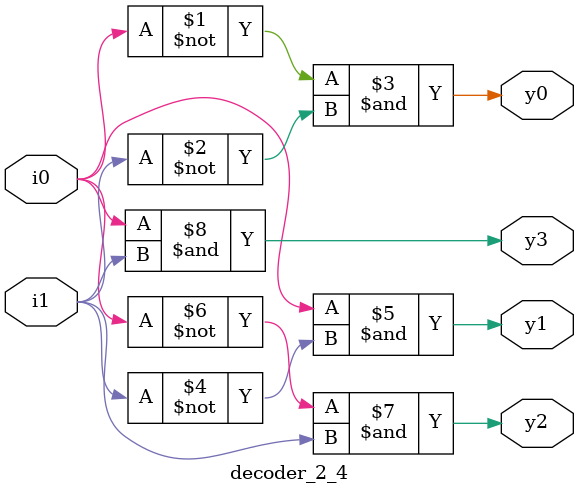
<source format=v>
module decoder_2_4 (i0, i1, y0, y1, y2, y3);

input i0, i1;
output y0, y1, y2, y3;

assign y0 = ~i0 & ~i1;
assign y1 = i0 & ~i1;
assign y2 = ~i0 & i1;
assign y3 = i0 & i1;

endmodule


</source>
